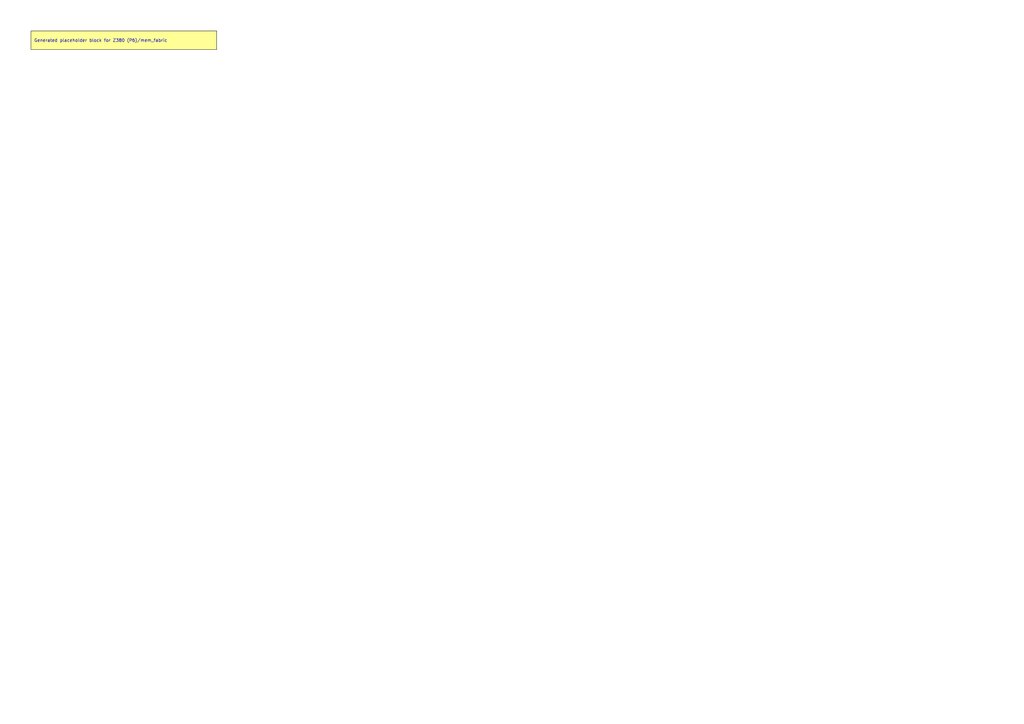
<source format=kicad_sch>
(kicad_sch
	(version 20250114)
	(generator "kicadgen")
	(generator_version "0.2")
	(uuid "a8a7d2fb-8112-5a2c-9270-551a6139f349")
	(paper "A3")
	(title_block
		(title "Z380 (P6)::mem_fabric")
		(company "Project Carbon")
		(comment 1 "Generated - do not edit in generated/")
		(comment 2 "Edit in schem/kicad9/manual/ or refine mapping specs")
	)
	(lib_symbols)
	(text_box
		"Generated placeholder block for Z380 (P6)/mem_fabric"
		(exclude_from_sim no)
		(at
			12.7
			12.7
			0
		)
		(size 76.2 7.62)
		(margins
			1.27
			1.27
			1.27
			1.27
		)
		(stroke
			(width 0)
			(type default)
			(color
				0
				0
				0
				1
			)
		)
		(fill
			(type color)
			(color
				255
				255
				150
				1
			)
		)
		(effects
			(font
				(size 1.27 1.27)
			)
			(justify left)
		)
		(uuid "60f5a991-ee75-593d-93d6-bd5754b6e27a")
	)
	(sheet_instances
		(path
			"/"
			(page "1")
		)
	)
	(embedded_fonts no)
)

</source>
